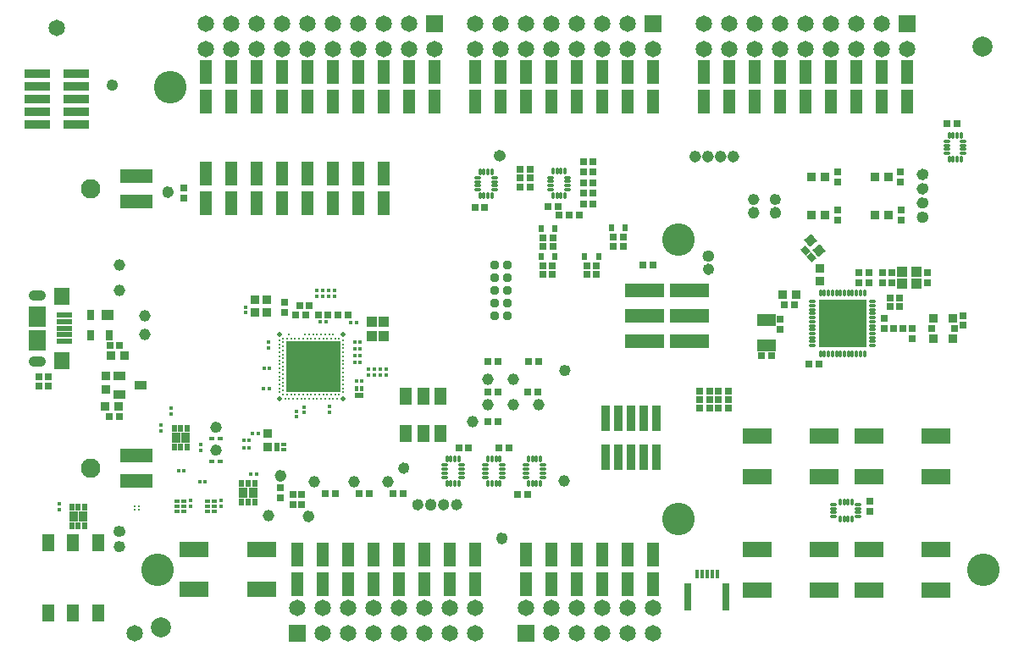
<source format=gts>
G04*
G04 #@! TF.GenerationSoftware,Altium Limited,Altium Designer,21.4.1 (30)*
G04*
G04 Layer_Color=8388736*
%FSLAX24Y24*%
%MOIN*%
G70*
G04*
G04 #@! TF.SameCoordinates,516B4A6D-3ECB-46AA-BE42-5657E3C56184*
G04*
G04*
G04 #@! TF.FilePolarity,Negative*
G04*
G01*
G75*
%ADD81C,0.0240*%
%ADD82R,0.0246X0.0138*%
%ADD83C,0.0454*%
%ADD84R,0.1143X0.0611*%
%ADD85O,0.0118X0.0287*%
%ADD86O,0.0287X0.0118*%
%ADD87R,0.0454X0.0651*%
%ADD88R,0.0166X0.0178*%
%ADD89R,0.0380X0.0360*%
%ADD90R,0.0197X0.0138*%
%ADD91R,0.0209X0.0327*%
%ADD92R,0.0454X0.0690*%
%ADD93R,0.0178X0.0166*%
%ADD94C,0.0370*%
%ADD95R,0.0146X0.0157*%
%ADD96R,0.0296X0.0257*%
%ADD97C,0.0128*%
%ADD98R,0.0157X0.0146*%
%ADD99R,0.0257X0.0296*%
%ADD100R,0.0277X0.0296*%
%ADD101C,0.0139*%
%ADD102R,0.0276X0.0256*%
%ADD103R,0.0256X0.0276*%
%ADD104R,0.2165X0.2008*%
%ADD105C,0.0197*%
%ADD106R,0.0327X0.0209*%
%ADD107R,0.0138X0.0197*%
%ADD108R,0.0375X0.0355*%
%ADD109R,0.0395X0.0434*%
%ADD110R,0.0355X0.0375*%
%ADD111R,0.0611X0.0690*%
%ADD112R,0.0670X0.0808*%
%ADD113R,0.0592X0.0217*%
%ADD114R,0.0316X0.0257*%
%ADD115R,0.0360X0.0380*%
%ADD116R,0.0462X0.0922*%
%ADD117R,0.0296X0.0277*%
%ADD118R,0.0769X0.0454*%
G04:AMPARAMS|DCode=119|XSize=37.5mil|YSize=35.5mil|CornerRadius=0mil|HoleSize=0mil|Usage=FLASHONLY|Rotation=40.000|XOffset=0mil|YOffset=0mil|HoleType=Round|Shape=Rectangle|*
%AMROTATEDRECTD119*
4,1,4,-0.0029,-0.0257,-0.0258,0.0016,0.0029,0.0257,0.0258,-0.0016,-0.0029,-0.0257,0.0*
%
%ADD119ROTATEDRECTD119*%

G04:AMPARAMS|DCode=120|XSize=25.7mil|YSize=31.6mil|CornerRadius=0mil|HoleSize=0mil|Usage=FLASHONLY|Rotation=40.000|XOffset=0mil|YOffset=0mil|HoleType=Round|Shape=Rectangle|*
%AMROTATEDRECTD120*
4,1,4,0.0003,-0.0204,-0.0200,0.0038,-0.0003,0.0204,0.0200,-0.0038,0.0003,-0.0204,0.0*
%
%ADD120ROTATEDRECTD120*%

%ADD121R,0.0202X0.0158*%
%ADD122R,0.0296X0.0395*%
%ADD123R,0.0454X0.0395*%
%ADD124R,0.0217X0.0257*%
%ADD125C,0.0787*%
%ADD126R,0.0288X0.0257*%
%ADD127R,0.0375X0.0355*%
%ADD128R,0.1560X0.0560*%
%ADD129R,0.0359X0.1005*%
%ADD130R,0.1005X0.0359*%
%ADD131R,0.1312X0.0560*%
%ADD132R,0.1910X0.1910*%
%ADD133O,0.0118X0.0295*%
%ADD134O,0.0295X0.0118*%
%ADD135R,0.0460X0.0360*%
%ADD136R,0.0434X0.0395*%
%ADD137R,0.0296X0.1084*%
%ADD138R,0.0157X0.0354*%
%ADD139R,0.0323X0.0406*%
%ADD140R,0.0209X0.0260*%
%ADD141C,0.0126*%
%ADD142C,0.0651*%
%ADD143R,0.0651X0.0651*%
%ADD144C,0.1280*%
%ADD145O,0.0690X0.0414*%
%ADD146C,0.0761*%
D81*
X11552Y5082D02*
G03*
X11552Y5082I-110J0D01*
G01*
Y5104D02*
G03*
X11552Y5104I-110J0D01*
G01*
X10451Y6701D02*
G03*
X10451Y6701I-110J0D01*
G01*
Y6679D02*
G03*
X10451Y6679I-110J0D01*
G01*
X7911Y7696D02*
G03*
X7911Y7696I-110J0D01*
G01*
Y8596D02*
G03*
X7911Y8596I-110J0D01*
G01*
X4121Y4500D02*
G03*
X4121Y4500I-110J0D01*
G01*
X4099D02*
G03*
X4099Y4500I-110J0D01*
G01*
X29070Y17032D02*
G03*
X29070Y17032I-110J0D01*
G01*
Y17054D02*
G03*
X29070Y17054I-110J0D01*
G01*
X29920Y17032D02*
G03*
X29920Y17032I-110J0D01*
G01*
Y17054D02*
G03*
X29920Y17054I-110J0D01*
G01*
X29070Y17572D02*
G03*
X29070Y17572I-110J0D01*
G01*
X29920D02*
G03*
X29920Y17572I-110J0D01*
G01*
X35733Y18550D02*
G03*
X35733Y18550I-110J0D01*
G01*
X35711D02*
G03*
X35711Y18550I-110J0D01*
G01*
X35733Y17990D02*
G03*
X35733Y17990I-110J0D01*
G01*
X35711D02*
G03*
X35711Y17990I-110J0D01*
G01*
X35733Y17430D02*
G03*
X35733Y17430I-110J0D01*
G01*
X35711D02*
G03*
X35711Y17430I-110J0D01*
G01*
X35733Y16870D02*
G03*
X35733Y16870I-110J0D01*
G01*
X35711D02*
G03*
X35711Y16870I-110J0D01*
G01*
X6020Y17874D02*
G03*
X6020Y17874I-110J0D01*
G01*
Y17852D02*
G03*
X6020Y17852I-110J0D01*
G01*
X28270Y19270D02*
G03*
X28270Y19270I-110J0D01*
G01*
Y19248D02*
G03*
X28270Y19248I-110J0D01*
G01*
X27770Y19270D02*
G03*
X27770Y19270I-110J0D01*
G01*
Y19248D02*
G03*
X27770Y19248I-110J0D01*
G01*
X27270Y19270D02*
G03*
X27270Y19270I-110J0D01*
G01*
Y19248D02*
G03*
X27270Y19248I-110J0D01*
G01*
X26770Y19270D02*
G03*
X26770Y19270I-110J0D01*
G01*
Y19248D02*
G03*
X26770Y19248I-110J0D01*
G01*
X21640Y10838D02*
G03*
X21640Y10838I-110J0D01*
G01*
X27292Y14820D02*
G03*
X27292Y14820I-110J0D01*
G01*
X27298Y15340D02*
G03*
X27298Y15340I-110J0D01*
G01*
X27276D02*
G03*
X27276Y15340I-110J0D01*
G01*
X19083Y19288D02*
G03*
X19083Y19288I-110J0D01*
G01*
X19061D02*
G03*
X19061Y19288I-110J0D01*
G01*
X3830Y22071D02*
G03*
X3830Y22071I-110J0D01*
G01*
X4110Y3901D02*
G03*
X4110Y3901I-110J0D01*
G01*
X19160Y4215D02*
G03*
X19160Y4215I-110J0D01*
G01*
Y4237D02*
G03*
X19160Y4237I-110J0D01*
G01*
X15850Y5551D02*
G03*
X15850Y5551I-110J0D01*
G01*
X16870D02*
G03*
X16870Y5551I-110J0D01*
G01*
X17380D02*
G03*
X17380Y5551I-110J0D01*
G01*
X15301Y6990D02*
G03*
X15301Y6990I-110J0D01*
G01*
X16360Y5561D02*
G03*
X16360Y5561I-110J0D01*
G01*
Y5539D02*
G03*
X16360Y5539I-110J0D01*
G01*
D82*
X7743Y5303D02*
D03*
Y5500D02*
D03*
Y5697D02*
D03*
X7457Y5303D02*
D03*
Y5500D02*
D03*
Y5697D02*
D03*
X6543Y5303D02*
D03*
Y5500D02*
D03*
Y5697D02*
D03*
X6257Y5303D02*
D03*
Y5500D02*
D03*
Y5697D02*
D03*
D83*
X14560Y6440D02*
D03*
X13220D02*
D03*
X11670D02*
D03*
X20500Y9496D02*
D03*
X19500Y10492D02*
D03*
Y9492D02*
D03*
X17890Y8830D02*
D03*
X18500Y9492D02*
D03*
Y10492D02*
D03*
X9882Y5119D02*
D03*
X21500Y6496D02*
D03*
X4000Y14996D02*
D03*
Y13996D02*
D03*
X5000Y12996D02*
D03*
Y12246D02*
D03*
D84*
X6941Y3783D02*
D03*
Y2209D02*
D03*
X9599Y3783D02*
D03*
Y2209D02*
D03*
X33491Y3774D02*
D03*
Y2199D02*
D03*
X36149Y3774D02*
D03*
Y2199D02*
D03*
X29091Y3774D02*
D03*
Y2199D02*
D03*
X31749Y3774D02*
D03*
Y2199D02*
D03*
X36149Y6669D02*
D03*
Y8244D02*
D03*
X33491Y6669D02*
D03*
Y8244D02*
D03*
X31749Y6669D02*
D03*
Y8244D02*
D03*
X29091Y6669D02*
D03*
Y8244D02*
D03*
D85*
X20566Y6388D02*
D03*
X20409D02*
D03*
X20251D02*
D03*
X20094D02*
D03*
Y7352D02*
D03*
X20251D02*
D03*
X20409D02*
D03*
X20566D02*
D03*
X18502Y7352D02*
D03*
X18660D02*
D03*
X18817D02*
D03*
X18975D02*
D03*
Y6388D02*
D03*
X18817D02*
D03*
X18660D02*
D03*
X18502D02*
D03*
X17049Y7352D02*
D03*
X17206D02*
D03*
X17364D02*
D03*
Y6388D02*
D03*
X17206D02*
D03*
X17049D02*
D03*
X16891D02*
D03*
Y7352D02*
D03*
X32833Y5645D02*
D03*
X32675D02*
D03*
X32518D02*
D03*
X32360D02*
D03*
Y4995D02*
D03*
X32518D02*
D03*
X32675D02*
D03*
X32833D02*
D03*
X36654Y19138D02*
D03*
X36811D02*
D03*
X36969D02*
D03*
X37126D02*
D03*
Y20102D02*
D03*
X36969D02*
D03*
X36811D02*
D03*
X36654D02*
D03*
X18662Y18670D02*
D03*
X18505D02*
D03*
X18347D02*
D03*
X18190D02*
D03*
Y17705D02*
D03*
X18347D02*
D03*
X18505D02*
D03*
X18662D02*
D03*
X21536Y18682D02*
D03*
X21378D02*
D03*
X21221D02*
D03*
X21063D02*
D03*
Y17718D02*
D03*
X21221D02*
D03*
X21378D02*
D03*
X21536D02*
D03*
D86*
X20005Y6634D02*
D03*
Y6791D02*
D03*
Y6949D02*
D03*
Y7106D02*
D03*
X20655D02*
D03*
Y6949D02*
D03*
Y6791D02*
D03*
Y6634D02*
D03*
X19063Y7106D02*
D03*
Y6949D02*
D03*
Y6791D02*
D03*
Y6634D02*
D03*
X18414D02*
D03*
Y6791D02*
D03*
Y6949D02*
D03*
Y7106D02*
D03*
X17452D02*
D03*
Y6949D02*
D03*
Y6791D02*
D03*
Y6634D02*
D03*
X16803D02*
D03*
Y6791D02*
D03*
Y6949D02*
D03*
Y7106D02*
D03*
X32114Y5556D02*
D03*
Y5399D02*
D03*
Y5241D02*
D03*
Y5084D02*
D03*
X33079D02*
D03*
Y5241D02*
D03*
Y5399D02*
D03*
Y5556D02*
D03*
X36565Y19856D02*
D03*
Y19699D02*
D03*
Y19541D02*
D03*
Y19384D02*
D03*
X37215D02*
D03*
Y19541D02*
D03*
Y19699D02*
D03*
Y19856D02*
D03*
X18751Y17952D02*
D03*
Y18109D02*
D03*
Y18266D02*
D03*
Y18424D02*
D03*
X18101D02*
D03*
Y18266D02*
D03*
Y18109D02*
D03*
Y17952D02*
D03*
X21624Y17964D02*
D03*
Y18121D02*
D03*
Y18279D02*
D03*
Y18436D02*
D03*
X20975D02*
D03*
Y18279D02*
D03*
Y18121D02*
D03*
Y17964D02*
D03*
D87*
X3164Y4047D02*
D03*
X1196D02*
D03*
X2180D02*
D03*
Y1291D02*
D03*
X1196D02*
D03*
X3164D02*
D03*
D88*
X13474Y11413D02*
D03*
X13250D02*
D03*
X13317Y10421D02*
D03*
X13541D02*
D03*
X9450Y8366D02*
D03*
X9225D02*
D03*
X6542Y6890D02*
D03*
X6318D02*
D03*
X7382Y6470D02*
D03*
X7158D02*
D03*
X9392Y6770D02*
D03*
X9168D02*
D03*
X8889Y8071D02*
D03*
X9113D02*
D03*
X8889Y7771D02*
D03*
X9113D02*
D03*
D89*
X9832Y7816D02*
D03*
Y8366D02*
D03*
D90*
X10483Y7905D02*
D03*
Y7727D02*
D03*
D91*
X10208Y7816D02*
D03*
D92*
X15266Y9808D02*
D03*
X15955D02*
D03*
X16644D02*
D03*
Y8352D02*
D03*
X15955D02*
D03*
X15266D02*
D03*
D93*
X12005Y13977D02*
D03*
Y13752D02*
D03*
X11783Y13977D02*
D03*
Y13752D02*
D03*
X10953Y9008D02*
D03*
Y9232D02*
D03*
X14514Y10661D02*
D03*
Y10886D02*
D03*
X13789Y10661D02*
D03*
Y10886D02*
D03*
X12450Y13752D02*
D03*
Y13977D02*
D03*
X12228Y13752D02*
D03*
Y13977D02*
D03*
X8961Y13332D02*
D03*
Y13108D02*
D03*
X6030Y9342D02*
D03*
Y9118D02*
D03*
X8000Y5712D02*
D03*
Y5488D02*
D03*
X6800Y5712D02*
D03*
Y5488D02*
D03*
X7200Y7912D02*
D03*
Y7688D02*
D03*
X14030Y10661D02*
D03*
Y10886D02*
D03*
X14272Y10661D02*
D03*
Y10886D02*
D03*
X5620Y8468D02*
D03*
Y8692D02*
D03*
X1620Y5592D02*
D03*
Y5368D02*
D03*
D94*
X19250Y12996D02*
D03*
Y13496D02*
D03*
Y13996D02*
D03*
Y14496D02*
D03*
Y14996D02*
D03*
X18750D02*
D03*
Y14496D02*
D03*
Y13996D02*
D03*
Y13496D02*
D03*
Y12996D02*
D03*
D95*
X13107Y12707D02*
D03*
X13250Y11940D02*
D03*
Y11150D02*
D03*
X9909Y10917D02*
D03*
X9898Y10130D02*
D03*
X13474Y11940D02*
D03*
X11907Y12746D02*
D03*
X12132D02*
D03*
X13331Y12707D02*
D03*
X13474Y11150D02*
D03*
X13250Y11676D02*
D03*
X13474D02*
D03*
X9674Y10130D02*
D03*
X9684Y10917D02*
D03*
D96*
X11818Y13028D02*
D03*
X34318Y13362D02*
D03*
X34711D02*
D03*
X20077Y5940D02*
D03*
X19683D02*
D03*
X30552Y13432D02*
D03*
X30158D02*
D03*
X34318Y13692D02*
D03*
X34711D02*
D03*
X29259Y11408D02*
D03*
X29653D02*
D03*
X3593Y9016D02*
D03*
X3987D02*
D03*
X10932Y13020D02*
D03*
X11326D02*
D03*
X27227Y9350D02*
D03*
X26833D02*
D03*
X27967D02*
D03*
X27573D02*
D03*
X36573Y20540D02*
D03*
X36967D02*
D03*
X17986Y17258D02*
D03*
X18380D02*
D03*
X20873Y17278D02*
D03*
X21267D02*
D03*
X20654Y14618D02*
D03*
X21048D02*
D03*
X22386Y14625D02*
D03*
X22780D02*
D03*
X12212Y13028D02*
D03*
X31532Y11072D02*
D03*
X31138D02*
D03*
X1215Y10236D02*
D03*
X822D02*
D03*
X4013Y11806D02*
D03*
X3619D02*
D03*
X12591Y13028D02*
D03*
X12985D02*
D03*
X11088Y13374D02*
D03*
X11482D02*
D03*
X21057Y15708D02*
D03*
X20663D02*
D03*
X23838Y15737D02*
D03*
X23444D02*
D03*
X19327Y7800D02*
D03*
X18933D02*
D03*
X17747D02*
D03*
X17353D02*
D03*
D97*
X11781Y12256D02*
D03*
X12805Y11862D02*
D03*
X12490Y12098D02*
D03*
X12805Y9972D02*
D03*
Y11232D02*
D03*
X12254Y9736D02*
D03*
X11624D02*
D03*
X10915Y12098D02*
D03*
X10285Y11390D02*
D03*
Y10130D02*
D03*
Y10917D02*
D03*
Y10445D02*
D03*
Y11862D02*
D03*
Y12020D02*
D03*
X11151Y9736D02*
D03*
X10521D02*
D03*
X10836D02*
D03*
X12805Y10130D02*
D03*
Y10287D02*
D03*
X12332Y12098D02*
D03*
X12175D02*
D03*
X10679Y12256D02*
D03*
X11309D02*
D03*
X11466D02*
D03*
X11624D02*
D03*
X11939D02*
D03*
X12096D02*
D03*
X12254D02*
D03*
X10443Y12098D02*
D03*
X10600D02*
D03*
X10758D02*
D03*
X11073D02*
D03*
X11230D02*
D03*
X11387D02*
D03*
X11545D02*
D03*
X11702D02*
D03*
X11860D02*
D03*
X12017D02*
D03*
X12805Y12020D02*
D03*
X10443Y11941D02*
D03*
Y11783D02*
D03*
X10285Y11705D02*
D03*
X12805D02*
D03*
X10443Y11626D02*
D03*
X10285Y11547D02*
D03*
X12805D02*
D03*
X10443Y11468D02*
D03*
X12805Y11390D02*
D03*
X10443Y11311D02*
D03*
X10285Y11232D02*
D03*
X10443Y11153D02*
D03*
X10285Y11075D02*
D03*
X12805D02*
D03*
X10443Y10996D02*
D03*
X12805Y10917D02*
D03*
X10443Y10839D02*
D03*
X10285Y10760D02*
D03*
X12805D02*
D03*
X10443Y10681D02*
D03*
X10285Y10602D02*
D03*
X12805D02*
D03*
X10443Y10524D02*
D03*
X12805Y10445D02*
D03*
X10443Y10366D02*
D03*
X10285Y10287D02*
D03*
X10443Y10209D02*
D03*
Y10051D02*
D03*
Y9894D02*
D03*
X10600D02*
D03*
X10758D02*
D03*
X10915D02*
D03*
X11073D02*
D03*
X11230D02*
D03*
X11387D02*
D03*
X11545D02*
D03*
X11702D02*
D03*
X11860D02*
D03*
X12017D02*
D03*
X12175D02*
D03*
X12332D02*
D03*
X12490D02*
D03*
X10679Y9736D02*
D03*
X10994D02*
D03*
X11309D02*
D03*
X11466D02*
D03*
X11781D02*
D03*
X11939D02*
D03*
X12096D02*
D03*
X10285Y9972D02*
D03*
X12647Y12098D02*
D03*
Y9894D02*
D03*
X12411Y9736D02*
D03*
X12569D02*
D03*
X12411Y12256D02*
D03*
D98*
X12254Y9424D02*
D03*
X9852Y11944D02*
D03*
X11257Y9395D02*
D03*
X12254Y9200D02*
D03*
X11257Y9171D02*
D03*
X9852Y11719D02*
D03*
D99*
X10515Y13123D02*
D03*
X35200Y12483D02*
D03*
Y12089D02*
D03*
X10515Y13517D02*
D03*
X30016Y12452D02*
D03*
Y12845D02*
D03*
X37189Y12605D02*
D03*
Y12998D02*
D03*
X34395Y14295D02*
D03*
Y14689D02*
D03*
X34045Y14295D02*
D03*
Y14689D02*
D03*
X33485Y14295D02*
D03*
Y14689D02*
D03*
X33105Y14295D02*
D03*
Y14689D02*
D03*
X35795Y14689D02*
D03*
Y14295D02*
D03*
X34105Y12878D02*
D03*
Y12485D02*
D03*
X33527Y5687D02*
D03*
Y5293D02*
D03*
D100*
X10839Y5945D02*
D03*
X11179D02*
D03*
Y5552D02*
D03*
X32250Y18253D02*
D03*
Y18647D02*
D03*
X34740Y18253D02*
D03*
Y18647D02*
D03*
X32250Y16753D02*
D03*
Y17147D02*
D03*
X34760Y16753D02*
D03*
Y17147D02*
D03*
X10839Y5552D02*
D03*
X10341Y6223D02*
D03*
Y5829D02*
D03*
D101*
Y6823D02*
D03*
X11442Y4960D02*
D03*
Y5226D02*
D03*
X10341Y6557D02*
D03*
X7923Y7696D02*
D03*
X7677D02*
D03*
Y8596D02*
D03*
X7923D02*
D03*
X4133Y4500D02*
D03*
X3867D02*
D03*
X28960Y16910D02*
D03*
Y17176D02*
D03*
X29810Y16910D02*
D03*
Y17176D02*
D03*
X28960Y17696D02*
D03*
Y17450D02*
D03*
X29810Y17696D02*
D03*
Y17450D02*
D03*
X35745Y18550D02*
D03*
X35479D02*
D03*
X35745Y17990D02*
D03*
X35479D02*
D03*
X35745Y17430D02*
D03*
X35479D02*
D03*
X35745Y16870D02*
D03*
X35479D02*
D03*
X5910Y17996D02*
D03*
Y17730D02*
D03*
X28160Y19392D02*
D03*
Y19126D02*
D03*
X27660Y19392D02*
D03*
Y19126D02*
D03*
X27160Y19392D02*
D03*
Y19126D02*
D03*
X26660Y19392D02*
D03*
Y19126D02*
D03*
X21530Y10714D02*
D03*
Y10960D02*
D03*
X27306Y14820D02*
D03*
X27060D02*
D03*
X27310Y15340D02*
D03*
X27044D02*
D03*
X19095Y19288D02*
D03*
X18829D02*
D03*
X3720Y21947D02*
D03*
Y22193D02*
D03*
X4000Y3777D02*
D03*
Y4023D02*
D03*
X19050Y4093D02*
D03*
Y4359D02*
D03*
X15740Y5427D02*
D03*
Y5673D02*
D03*
X16760Y5427D02*
D03*
Y5673D02*
D03*
X17270Y5427D02*
D03*
Y5673D02*
D03*
X15067Y6990D02*
D03*
X15313D02*
D03*
X16250Y5683D02*
D03*
Y5417D02*
D03*
D102*
X21710Y16938D02*
D03*
X21316D02*
D03*
X27965Y10016D02*
D03*
X27572D02*
D03*
X26832D02*
D03*
X27225D02*
D03*
D103*
X6520Y17619D02*
D03*
Y18013D02*
D03*
D104*
X11624Y10996D02*
D03*
D105*
X12805Y12256D02*
D03*
Y9736D02*
D03*
X10285D02*
D03*
Y12256D02*
D03*
D106*
X13429Y9860D02*
D03*
D107*
X13517Y10136D02*
D03*
X13340D02*
D03*
D108*
X9809Y13104D02*
D03*
Y13636D02*
D03*
X9349Y13104D02*
D03*
Y13636D02*
D03*
X3470Y10612D02*
D03*
Y10080D02*
D03*
X31565Y14869D02*
D03*
Y14338D02*
D03*
D109*
X13937Y12743D02*
D03*
X14390D02*
D03*
Y12172D02*
D03*
X13937D02*
D03*
D110*
X30089Y13832D02*
D03*
X30620D02*
D03*
X3956Y9436D02*
D03*
X3424D02*
D03*
X3660Y11406D02*
D03*
X4192D02*
D03*
D111*
X1730Y13756D02*
D03*
Y11236D02*
D03*
D112*
X765Y12024D02*
D03*
Y12968D02*
D03*
D113*
X1818Y11984D02*
D03*
Y12240D02*
D03*
Y13008D02*
D03*
Y12752D02*
D03*
Y12496D02*
D03*
D114*
X34842Y12482D02*
D03*
X34468D02*
D03*
D115*
X31775Y18440D02*
D03*
X31225D02*
D03*
X34275D02*
D03*
X33725D02*
D03*
X31775Y16940D02*
D03*
X31225D02*
D03*
X33725D02*
D03*
X34275D02*
D03*
D116*
X13000Y2419D02*
D03*
X17000D02*
D03*
X13000Y3573D02*
D03*
X17000D02*
D03*
X12000Y2419D02*
D03*
X11000D02*
D03*
X16000D02*
D03*
X15000D02*
D03*
X18000D02*
D03*
X12000Y3573D02*
D03*
X11000D02*
D03*
X16000Y3573D02*
D03*
X15000Y3573D02*
D03*
X18000D02*
D03*
X14000Y2419D02*
D03*
Y3573D02*
D03*
X22000Y2419D02*
D03*
Y3573D02*
D03*
X20000Y2419D02*
D03*
X21000D02*
D03*
X24000D02*
D03*
X25000D02*
D03*
X20000Y3573D02*
D03*
X21000D02*
D03*
X24000D02*
D03*
X25000D02*
D03*
X23000Y2419D02*
D03*
X23000Y3573D02*
D03*
X13400Y18573D02*
D03*
Y17419D02*
D03*
X14400Y18573D02*
D03*
Y17419D02*
D03*
X8400Y18573D02*
D03*
Y17419D02*
D03*
X9400D02*
D03*
Y18573D02*
D03*
X10400Y17419D02*
D03*
Y18573D02*
D03*
X12400Y17419D02*
D03*
Y18573D02*
D03*
X11400Y17419D02*
D03*
Y18573D02*
D03*
X7400D02*
D03*
Y17419D02*
D03*
X23000Y22573D02*
D03*
X19000D02*
D03*
X23000Y21419D02*
D03*
X19000D02*
D03*
X24000Y22573D02*
D03*
X25000D02*
D03*
X20000D02*
D03*
X21000D02*
D03*
X18000D02*
D03*
X24000Y21419D02*
D03*
X25000D02*
D03*
X20000Y21419D02*
D03*
X21000Y21419D02*
D03*
X18000D02*
D03*
X22000Y22573D02*
D03*
Y21419D02*
D03*
X14400Y22573D02*
D03*
X10400D02*
D03*
X14400Y21419D02*
D03*
X10400Y21419D02*
D03*
X16400Y22573D02*
D03*
X15400D02*
D03*
X12400D02*
D03*
X11400D02*
D03*
X9400D02*
D03*
X8400D02*
D03*
X16400Y21419D02*
D03*
X15400D02*
D03*
X12400D02*
D03*
X11400D02*
D03*
X9400D02*
D03*
X8400Y21419D02*
D03*
X13400Y22573D02*
D03*
X7400D02*
D03*
X13400Y21419D02*
D03*
X7400D02*
D03*
X27000Y21419D02*
D03*
Y22573D02*
D03*
X33000D02*
D03*
X29000D02*
D03*
X33000Y21419D02*
D03*
X29000D02*
D03*
X34000Y22573D02*
D03*
X35000D02*
D03*
X30000D02*
D03*
X31000D02*
D03*
X28000D02*
D03*
X34000Y21419D02*
D03*
X35000D02*
D03*
X30000Y21419D02*
D03*
X31000Y21419D02*
D03*
X28000D02*
D03*
X32000Y22573D02*
D03*
Y21419D02*
D03*
D117*
X26832Y9686D02*
D03*
X27225D02*
D03*
X27965D02*
D03*
X27572D02*
D03*
X20467Y9980D02*
D03*
X20073D02*
D03*
X1215Y10586D02*
D03*
X822D02*
D03*
X18887Y9980D02*
D03*
X18493D02*
D03*
X20163Y18058D02*
D03*
X19769D02*
D03*
X20163Y18408D02*
D03*
X19769D02*
D03*
X20163Y18758D02*
D03*
X19769D02*
D03*
X22646Y17386D02*
D03*
X22253D02*
D03*
X22646Y17806D02*
D03*
X22253D02*
D03*
X22646Y18226D02*
D03*
X22253D02*
D03*
X22646Y18646D02*
D03*
X22253D02*
D03*
X22646Y19066D02*
D03*
X22253D02*
D03*
X22104Y16938D02*
D03*
X21710D02*
D03*
X24987Y14990D02*
D03*
X24593D02*
D03*
X21057Y16048D02*
D03*
X20663D02*
D03*
X21048Y14958D02*
D03*
X20654D02*
D03*
X22780Y14965D02*
D03*
X22386D02*
D03*
X23838Y16077D02*
D03*
X23444D02*
D03*
X12497Y5993D02*
D03*
X12103D02*
D03*
X18887Y8830D02*
D03*
X18493D02*
D03*
X15167Y5993D02*
D03*
X14773D02*
D03*
X20507Y11180D02*
D03*
X20113D02*
D03*
X18887D02*
D03*
X18493D02*
D03*
X13830Y5993D02*
D03*
X13437D02*
D03*
D118*
X29456Y11826D02*
D03*
Y12811D02*
D03*
D119*
X31546Y15560D02*
D03*
X31204Y15967D02*
D03*
D120*
X31225Y15280D02*
D03*
X30985Y15567D02*
D03*
D121*
X7635Y8146D02*
D03*
X7965D02*
D03*
X7635Y7246D02*
D03*
X7965D02*
D03*
D122*
X3600Y12222D02*
D03*
X2852D02*
D03*
Y13030D02*
D03*
D123*
X3521D02*
D03*
D124*
X20587Y16418D02*
D03*
X21138D02*
D03*
X20587Y15328D02*
D03*
X21139D02*
D03*
X22307D02*
D03*
X22859D02*
D03*
X23357Y16450D02*
D03*
X23909D02*
D03*
D125*
X37973Y23596D02*
D03*
X5630Y730D02*
D03*
D126*
X36875Y12482D02*
D03*
X35962D02*
D03*
D127*
X36793Y12078D02*
D03*
Y12885D02*
D03*
X36045D02*
D03*
Y12078D02*
D03*
D128*
X24675Y13996D02*
D03*
X26425D02*
D03*
X24675Y12996D02*
D03*
X26425D02*
D03*
X24675Y11996D02*
D03*
X26425D02*
D03*
D129*
X23120Y8965D02*
D03*
X23620D02*
D03*
X24120D02*
D03*
X24620D02*
D03*
X25120D02*
D03*
X23120Y7430D02*
D03*
X23620D02*
D03*
X24120D02*
D03*
X24620D02*
D03*
X25120D02*
D03*
D130*
X2298Y22506D02*
D03*
Y22006D02*
D03*
Y21506D02*
D03*
Y21006D02*
D03*
Y20506D02*
D03*
X762Y22506D02*
D03*
Y22006D02*
D03*
Y21506D02*
D03*
Y21006D02*
D03*
Y20506D02*
D03*
D131*
X4650Y6496D02*
D03*
Y7496D02*
D03*
Y17496D02*
D03*
Y18496D02*
D03*
D132*
X32455Y12682D02*
D03*
D133*
X31589Y13873D02*
D03*
X31746D02*
D03*
X31903D02*
D03*
X32061D02*
D03*
X32218D02*
D03*
X32376D02*
D03*
X32533D02*
D03*
X32691D02*
D03*
X32848D02*
D03*
X33006D02*
D03*
X33163D02*
D03*
X33321D02*
D03*
Y11491D02*
D03*
X33163D02*
D03*
X33006D02*
D03*
X32848D02*
D03*
X32691D02*
D03*
X32533D02*
D03*
X32376D02*
D03*
X32218D02*
D03*
X32061D02*
D03*
X31903D02*
D03*
X31746D02*
D03*
X31589D02*
D03*
D134*
X33646Y13548D02*
D03*
Y13390D02*
D03*
Y13233D02*
D03*
Y13075D02*
D03*
Y12918D02*
D03*
Y12760D02*
D03*
Y12603D02*
D03*
Y12445D02*
D03*
Y12288D02*
D03*
Y12130D02*
D03*
Y11973D02*
D03*
Y11815D02*
D03*
X31264D02*
D03*
Y11973D02*
D03*
Y12130D02*
D03*
Y12288D02*
D03*
Y12445D02*
D03*
Y12603D02*
D03*
Y12760D02*
D03*
Y12918D02*
D03*
Y13075D02*
D03*
Y13233D02*
D03*
Y13390D02*
D03*
Y13548D02*
D03*
D135*
X4827Y10252D02*
D03*
X4000Y9878D02*
D03*
Y10626D02*
D03*
D136*
X35380Y14265D02*
D03*
Y14718D02*
D03*
X34809D02*
D03*
Y14265D02*
D03*
D137*
X27872Y1914D02*
D03*
X26376D02*
D03*
D138*
X27321Y2820D02*
D03*
X27124D02*
D03*
X26927D02*
D03*
X26730D02*
D03*
X27517D02*
D03*
D139*
X2567Y5090D02*
D03*
X2193D02*
D03*
X6223Y8190D02*
D03*
X6597D02*
D03*
X9257Y6020D02*
D03*
X8883D02*
D03*
D140*
X2124Y5462D02*
D03*
X2380D02*
D03*
X2636D02*
D03*
Y4718D02*
D03*
X2380D02*
D03*
X2124D02*
D03*
X6666Y7818D02*
D03*
X6410D02*
D03*
X6154D02*
D03*
Y8562D02*
D03*
X6410D02*
D03*
X6666D02*
D03*
X8814Y6392D02*
D03*
X9070D02*
D03*
X9326D02*
D03*
Y5648D02*
D03*
X9070D02*
D03*
X8814D02*
D03*
D141*
X4611Y5499D02*
D03*
X4769D02*
D03*
X4611Y5341D02*
D03*
X4769D02*
D03*
D142*
X18000Y496D02*
D03*
Y1496D02*
D03*
X15000D02*
D03*
Y496D02*
D03*
X13000Y1496D02*
D03*
Y496D02*
D03*
X12000Y1496D02*
D03*
Y496D02*
D03*
X11000Y1496D02*
D03*
X14000Y496D02*
D03*
Y1496D02*
D03*
X16000Y496D02*
D03*
Y1496D02*
D03*
X17000D02*
D03*
Y496D02*
D03*
X25000Y1496D02*
D03*
Y496D02*
D03*
X23000Y1496D02*
D03*
Y496D02*
D03*
X20000Y1496D02*
D03*
X21000Y496D02*
D03*
Y1496D02*
D03*
X22000Y496D02*
D03*
Y1496D02*
D03*
X24000Y496D02*
D03*
Y1496D02*
D03*
X1530Y24306D02*
D03*
X18000Y24496D02*
D03*
Y23496D02*
D03*
X21000D02*
D03*
Y24496D02*
D03*
X23000Y23496D02*
D03*
Y24496D02*
D03*
X24000Y23496D02*
D03*
Y24496D02*
D03*
X25000Y23496D02*
D03*
X22000Y24496D02*
D03*
Y23496D02*
D03*
X20000Y24496D02*
D03*
Y23496D02*
D03*
X19000D02*
D03*
Y24496D02*
D03*
X7400D02*
D03*
Y23496D02*
D03*
X8400D02*
D03*
Y24496D02*
D03*
X10400D02*
D03*
Y23496D02*
D03*
X11400D02*
D03*
Y24496D02*
D03*
X13400Y23496D02*
D03*
Y24496D02*
D03*
X16400Y23496D02*
D03*
X15400Y24496D02*
D03*
Y23496D02*
D03*
X14400Y24496D02*
D03*
Y23496D02*
D03*
X12400Y24496D02*
D03*
Y23496D02*
D03*
X9400D02*
D03*
Y24496D02*
D03*
X28000Y24496D02*
D03*
Y23496D02*
D03*
X31000D02*
D03*
Y24496D02*
D03*
X33000Y23496D02*
D03*
Y24496D02*
D03*
X34000Y23496D02*
D03*
Y24496D02*
D03*
X35000Y23496D02*
D03*
X32000Y24496D02*
D03*
Y23496D02*
D03*
X30000Y24496D02*
D03*
Y23496D02*
D03*
X29000D02*
D03*
Y24496D02*
D03*
X27000D02*
D03*
Y23496D02*
D03*
X4595Y496D02*
D03*
D143*
X11000Y496D02*
D03*
X20000D02*
D03*
X25000Y24496D02*
D03*
X16400D02*
D03*
X35000Y24496D02*
D03*
D144*
X26000Y4996D02*
D03*
Y15996D02*
D03*
X5500Y2996D02*
D03*
X6000Y21996D02*
D03*
X38000Y2996D02*
D03*
D145*
X765Y13795D02*
D03*
Y11197D02*
D03*
D146*
X2880Y6996D02*
D03*
Y17996D02*
D03*
M02*

</source>
